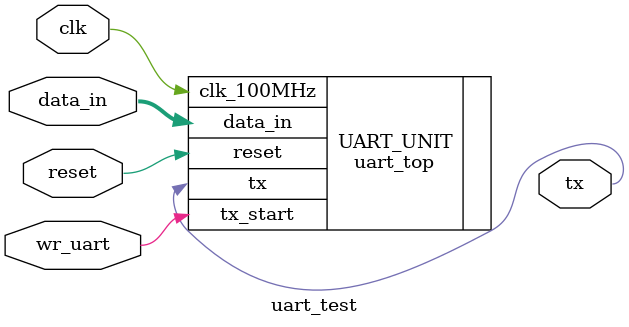
<source format=v>
`timescale 1ns / 1ns

module uart_test(
    input clk,       
    input reset,             
    input wr_uart,          // to start transmission
    input [7:0] data_in,
    output tx              
    );
    
    
    // Complete UART Core
    uart_top UART_UNIT
        (
            .clk_100MHz(clk),
            .reset(reset),
            .tx_start(wr_uart),
            .data_in(data_in),
            .tx(tx)
        );
    
endmodule

</source>
